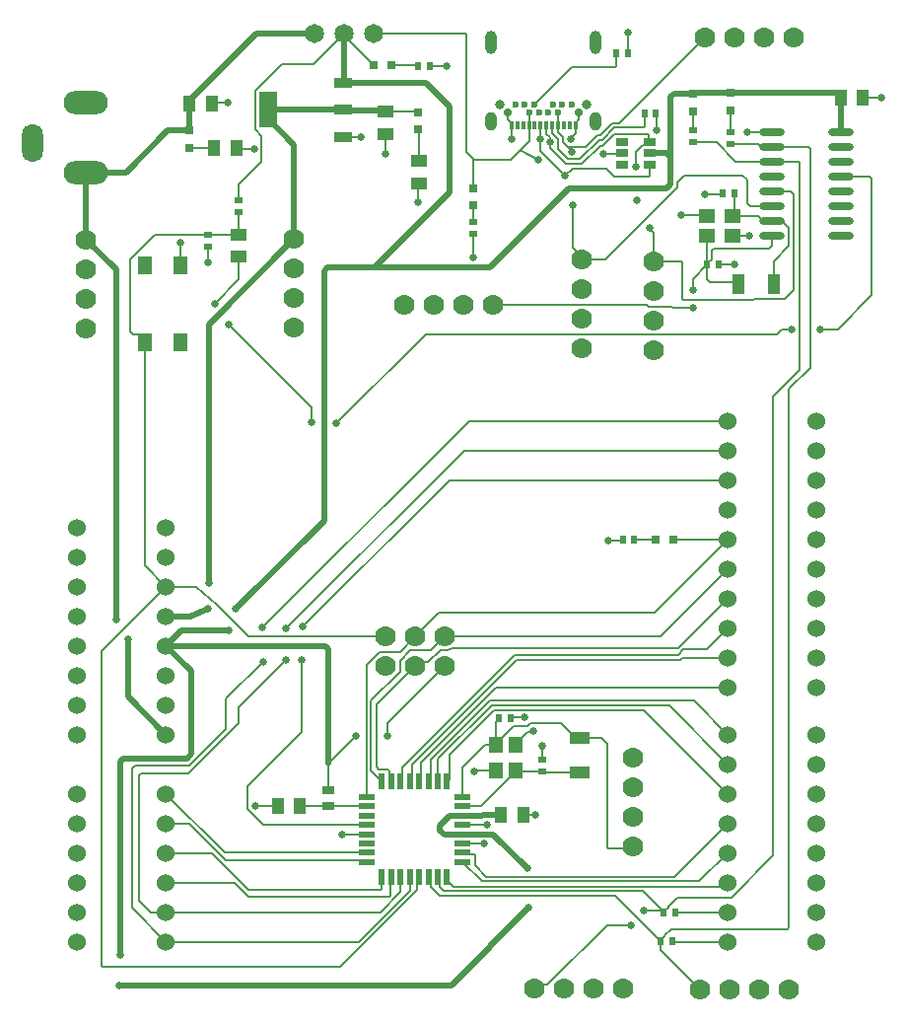
<source format=gtl>
G04*
G04 #@! TF.GenerationSoftware,Altium Limited,Altium Designer,22.3.1 (43)*
G04*
G04 Layer_Physical_Order=1*
G04 Layer_Color=255*
%FSLAX25Y25*%
%MOIN*%
G70*
G04*
G04 #@! TF.SameCoordinates,BE9DF307-5FBB-4082-8082-0A4452DDA755*
G04*
G04*
G04 #@! TF.FilePolarity,Positive*
G04*
G01*
G75*
%ADD10C,0.00600*%
%ADD11C,0.01000*%
%ADD20R,0.04400X0.07100*%
%ADD21R,0.07100X0.04400*%
%ADD22R,0.03937X0.02756*%
%ADD23R,0.02362X0.02756*%
%ADD24R,0.03150X0.03150*%
%ADD25R,0.01181X0.02756*%
%ADD26R,0.03150X0.03150*%
%ADD27R,0.04724X0.05511*%
%ADD28R,0.03937X0.05709*%
%ADD29R,0.03937X0.02953*%
%ADD30R,0.02756X0.02362*%
%ADD31R,0.05511X0.04724*%
%ADD32R,0.05709X0.03937*%
%ADD33R,0.06300X0.03300*%
%ADD34R,0.06300X0.12200*%
%ADD35O,0.08661X0.02400*%
%ADD36R,0.05800X0.02000*%
%ADD37R,0.02000X0.05800*%
%ADD38R,0.04724X0.05906*%
%ADD64C,0.00600*%
%ADD65C,0.02000*%
%ADD66C,0.07000*%
%ADD67O,0.03937X0.07874*%
%ADD68O,0.03937X0.06299*%
%ADD69C,0.02362*%
%ADD70C,0.02756*%
%ADD71C,0.03150*%
%ADD72C,0.06000*%
%ADD73C,0.06496*%
%ADD74O,0.14961X0.07874*%
%ADD75O,0.07087X0.12992*%
%ADD76C,0.02500*%
D10*
X241160Y248724D02*
G03*
X241149Y248724I9J-2550D01*
G01*
X215892Y237012D02*
G03*
X217383Y236774I1491J4563D01*
G01*
X145772Y130252D02*
G03*
X149332Y130775I1134J4664D01*
G01*
X183436Y294630D02*
X183535D01*
X179301Y298765D02*
X183436Y294630D01*
X172246Y299028D02*
X172743D01*
X178541Y295877D01*
X179301Y298765D02*
Y303027D01*
X172246Y299028D02*
X175364Y302146D01*
X169128Y295910D02*
X172246Y299028D01*
X193295Y294481D02*
X199348Y300534D01*
X192632Y296081D02*
X199259Y302708D01*
X185259Y299444D02*
Y302952D01*
X189678Y298631D02*
Y299137D01*
X188622Y296081D02*
X192632D01*
X187673Y290492D02*
X190062Y292881D01*
X185259Y299444D02*
X188622Y296081D01*
X182637Y299802D02*
Y301431D01*
X187959Y294481D02*
X193295D01*
X182637Y299802D02*
X187959Y294481D01*
X201586Y292881D02*
X204152Y290314D01*
X188510Y300305D02*
X189678Y299137D01*
X182369Y301699D02*
X182637Y301431D01*
X190062Y292881D02*
X201586D01*
X189567Y302855D02*
Y303228D01*
X188510Y300305D02*
X194594D01*
X186859Y301957D02*
X188510Y300305D01*
X194594D02*
X198597Y304308D01*
X191112Y304774D02*
Y307537D01*
X189567Y303228D02*
X191112Y304774D01*
Y307537D02*
Y308324D01*
X181270Y304664D02*
X182382Y303552D01*
Y302223D02*
X182637Y301968D01*
X182382Y302223D02*
Y303552D01*
X179301Y303027D02*
Y307537D01*
X183535Y294630D02*
X187673Y290492D01*
X185207Y305267D02*
X186859Y303615D01*
X185207Y305267D02*
Y307537D01*
X183238Y304973D02*
Y307537D01*
X186859Y301957D02*
Y303615D01*
X183238Y304973D02*
X185259Y302952D01*
X181270Y304664D02*
Y307537D01*
X224057Y245923D02*
X230753D01*
X223605Y246374D02*
X224057Y245923D01*
X217383Y246374D02*
X223605D01*
X227886Y248618D02*
X241149Y248724D01*
X227389Y248618D02*
X227886D01*
X241160Y248724D02*
X261703Y248794D01*
X264831Y251922D01*
X230778Y251745D02*
Y255702D01*
X235597Y260521D02*
Y260915D01*
X230778Y255702D02*
X235597Y260521D01*
X227214Y248794D02*
X227389Y248618D01*
X215619Y246550D02*
X215795Y246374D01*
X217383Y246374D01*
X227038Y248970D02*
X227214Y248794D01*
X215151Y247018D02*
X215619Y246550D01*
X163113Y247018D02*
X215151D01*
X235597Y255506D02*
Y260521D01*
X227038Y248970D02*
Y261260D01*
X263971Y285242D02*
X264831Y284382D01*
X260731Y275242D02*
X263231Y272742D01*
X258134Y253975D02*
Y261703D01*
X237688Y265754D02*
X256442D01*
X263231Y266800D02*
Y272742D01*
X257600Y266913D02*
Y270242D01*
X258134Y261703D02*
X263231Y266800D01*
X257600Y275242D02*
X260731D01*
X264831Y251922D02*
Y284382D01*
X256442Y265754D02*
X257600Y266913D01*
X236649Y254454D02*
X245854D01*
X246334Y253975D01*
X235597Y255506D02*
X236649Y254454D01*
X164026Y98618D02*
Y106060D01*
X191068Y100553D02*
X192418D01*
X186109Y105512D02*
X191068Y100553D01*
X174902Y104692D02*
X175723Y105512D01*
X170100Y104692D02*
X174902D01*
X164026Y98618D02*
X170100Y104692D01*
X164026Y98225D02*
Y98618D01*
X174701Y102599D02*
X176416D01*
X170720Y98618D02*
X174701Y102599D01*
X176416D02*
X176779Y102963D01*
X175723Y105512D02*
X186109D01*
X210137Y63356D02*
X210558Y63777D01*
X201871Y63708D02*
Y98428D01*
X202222Y63356D02*
X210137D01*
X201871Y63708D02*
X202222Y63356D01*
X199746Y100553D02*
X201871Y98428D01*
X192418Y100553D02*
X199746D01*
X179752Y89352D02*
X180351Y88753D01*
X192418D01*
X218332Y311629D02*
X218598Y311363D01*
Y305923D02*
Y311363D01*
X214043Y306782D02*
X214395Y307134D01*
X204093Y306782D02*
X214043D01*
X214395Y307134D02*
Y311629D01*
X199259Y302708D02*
X200019D01*
X200108Y300534D02*
X204075Y304501D01*
X199348Y300534D02*
X200108D01*
X206815Y297984D02*
X206914Y298083D01*
X200404Y297984D02*
X206815D01*
X198597Y304308D02*
X199356D01*
X205851Y308382D02*
X234769Y337300D01*
X203431Y308382D02*
X205851D01*
X204075Y304501D02*
X215608D01*
X200019Y302708D02*
X204093Y306782D01*
X199356Y304308D02*
X203431Y308382D01*
X215608Y304501D02*
X216008Y304101D01*
Y302030D02*
Y304101D01*
X273877Y238543D02*
X279746D01*
X291318Y250115D01*
Y289413D01*
X263261Y218465D02*
X270435Y225639D01*
Y299648D01*
X269841Y300242D02*
X270435Y299648D01*
X260981Y238661D02*
X264267D01*
X259094Y236774D02*
X260981Y238661D01*
X217383Y236774D02*
X259094D01*
X140389Y237012D02*
X215892D01*
X110186Y206809D02*
X140389Y237012D01*
X73758Y240191D02*
X101760Y212189D01*
Y207262D02*
Y212189D01*
X77321Y255551D02*
Y263157D01*
X69156Y247386D02*
X77321Y255551D01*
X290488Y290242D02*
X291318Y289413D01*
X281000Y290242D02*
X290488D01*
X257600Y300242D02*
X269841D01*
X253982D02*
X257600D01*
X214151Y42096D02*
X220357D01*
X220896Y41557D01*
X181671Y17190D02*
X201838Y37357D01*
X209720D01*
X219761Y28967D02*
Y32061D01*
X145103Y47149D02*
X204673D01*
X219761Y32061D01*
X178459Y17190D02*
X181671D01*
X177271Y16002D02*
X178459Y17190D01*
X219761Y28967D02*
X233086Y15642D01*
X175364Y302146D02*
Y307537D01*
X211644Y293607D02*
Y298696D01*
X213709Y300761D01*
X204152Y290314D02*
X215725D01*
X216077Y290666D01*
X213709Y300761D02*
X215153D01*
X216279Y272487D02*
X217483Y271283D01*
Y261674D02*
Y271283D01*
X216279Y272487D02*
Y273001D01*
X217383Y261574D02*
X217483Y261674D01*
X215153Y300761D02*
X216215Y301823D01*
X190093Y266083D02*
X193171Y263005D01*
Y262212D02*
Y263005D01*
X190093Y266083D02*
Y280684D01*
X201119Y262212D02*
X225476Y286568D01*
Y288241D01*
X227800Y290565D01*
X193171Y262212D02*
X201119D01*
X247635Y290565D02*
X249065Y289134D01*
X227800Y290565D02*
X247635D01*
X249065Y281240D02*
Y289134D01*
X250063Y280242D02*
X257600D01*
X249065Y281240D02*
X250063Y280242D01*
X217420Y261611D02*
X226686D01*
X227038Y261260D01*
X257600Y285242D02*
X263971D01*
X216077Y294204D02*
X216215Y294342D01*
X216077Y290666D02*
Y294204D01*
X216008Y302030D02*
X216215Y301823D01*
X208717Y331993D02*
X208726Y331984D01*
X208717Y331993D02*
Y338752D01*
X204789Y327602D02*
Y331984D01*
X204438Y327251D02*
X204789Y327602D01*
X189724Y327251D02*
X204438D01*
X177136Y314662D02*
X189724Y327251D01*
X156380Y270929D02*
X156504Y270805D01*
Y262816D02*
Y270805D01*
X156380Y274866D02*
Y280289D01*
X156554Y280464D01*
Y296106D02*
X156556Y296107D01*
X156554Y286369D02*
Y296106D01*
X122763Y338520D02*
X122787Y338544D01*
X153886D01*
X154238Y298425D02*
Y338193D01*
X153886Y338544D02*
X154238Y338193D01*
X156556Y296107D02*
X156753Y295910D01*
X154238Y298425D02*
X156556Y296107D01*
X156753Y295910D02*
X169128D01*
X169425Y302907D02*
Y307502D01*
X169391Y302873D02*
X169425Y302907D01*
Y307502D02*
X169459Y307537D01*
X192294Y309505D02*
Y311906D01*
X191112Y308324D02*
X192294Y309505D01*
X168278D02*
X169459Y308324D01*
X168278Y309505D02*
Y311906D01*
X169459Y307537D02*
Y308324D01*
X185129Y307614D02*
Y309706D01*
Y307614D02*
X185207Y307537D01*
X185010Y309825D02*
Y311906D01*
Y309825D02*
X185129Y309706D01*
X175364Y307537D02*
X175442Y307614D01*
Y311787D01*
X175562Y311906D01*
X217778Y142861D02*
X242635Y167718D01*
X144850Y142861D02*
X217778D01*
X136906Y134916D02*
X144850Y142861D01*
X98957Y138090D02*
X148585Y187718D01*
X242635D01*
X153369Y197718D02*
X242635D01*
X93250Y137598D02*
X153369Y197718D01*
X155185Y207718D02*
X242635D01*
X85200Y137733D02*
X155185Y207718D01*
X202087Y167351D02*
X206942D01*
X207065Y167473D01*
X142087Y130098D02*
X146906Y134916D01*
X219833D01*
X242635Y157718D01*
X141305Y126105D02*
X145453Y130252D01*
X225692Y130775D02*
X242635Y147718D01*
X145702Y130252D02*
X145772D01*
X149332Y130775D02*
X225692D01*
X145453Y130252D02*
X145702D01*
X226359Y126917D02*
X227160Y127718D01*
X135758Y86533D02*
Y91436D01*
X171238Y126917D02*
X226359D01*
X132658Y90599D02*
X170575Y128516D01*
X225696D01*
X227653Y130473D01*
X135758Y91436D02*
X171238Y126917D01*
X132658Y86533D02*
Y90599D01*
X227653Y130473D02*
X235390D01*
X227160Y127718D02*
X242635D01*
X235390Y130473D02*
X242635Y137718D01*
X127540Y105550D02*
X146906Y124917D01*
X127540Y101234D02*
Y105550D01*
X120395Y125195D02*
X124917Y129717D01*
X120457Y80633D02*
Y88770D01*
X121995Y89495D02*
X125657Y85833D01*
X121995Y113218D02*
X131705Y122928D01*
X123770Y111781D02*
X136906Y124917D01*
X120395Y88832D02*
X120457Y88770D01*
X123770Y90820D02*
Y111781D01*
X121995Y89495D02*
Y113218D01*
X123770Y90820D02*
X124557Y90033D01*
X120395Y88832D02*
Y125195D01*
X107581Y91994D02*
X107618Y92031D01*
X116683Y101096D02*
X116683D01*
X107618Y92031D02*
X116683Y101096D01*
X107581Y83022D02*
Y91994D01*
X257959Y60960D02*
Y215907D01*
X243703Y46705D02*
X257959Y60960D01*
X222352Y43473D02*
X225583Y46705D01*
X243703D01*
X222352Y43209D02*
Y43473D01*
X220896Y41754D02*
X222352Y43209D01*
X223454Y36018D02*
X262863D01*
X263261Y36416D01*
X266465Y295242D02*
X266817Y294891D01*
Y224766D02*
Y294891D01*
X257600Y295242D02*
X266465D01*
X257959Y215907D02*
X266817Y224766D01*
X263261Y36416D02*
Y218465D01*
X221217Y33780D02*
X223454Y36018D01*
X221217Y33516D02*
Y33780D01*
X219761Y32061D02*
X221217Y33516D01*
X44164Y88590D02*
X60163D01*
X77109Y105536D01*
Y110850D01*
X93250Y126991D01*
X43524Y87950D02*
X44164Y88590D01*
X43524Y45605D02*
Y87950D01*
X41043Y43310D02*
Y90320D01*
X85249Y125985D02*
X85351Y126086D01*
Y126382D01*
X41043Y43310D02*
X52635Y31718D01*
X41043Y90320D02*
X42081Y91358D01*
X43524Y45605D02*
X47412Y41718D01*
X52635D01*
X42081Y91358D02*
X60668D01*
X72828Y103517D01*
Y113859D01*
X85351Y126382D01*
X52635Y151718D02*
X62881D01*
X69737Y145700D01*
X80520Y134916D01*
X126906D01*
X45597Y158756D02*
X52635Y151718D01*
X45597Y158756D02*
Y234224D01*
Y234815D01*
X80336Y76495D02*
Y84253D01*
X98663Y102579D01*
Y126820D01*
X52635Y31718D02*
X117903D01*
X128058Y86533D02*
Y89456D01*
Y86533D02*
X128758Y85833D01*
X124557Y90033D02*
X127481D01*
X128058Y89456D01*
X152857Y64933D02*
X153007Y64783D01*
X160190D01*
X153008Y71383D02*
X161075D01*
X30684Y23521D02*
Y129767D01*
Y23521D02*
X31035Y23170D01*
X30684Y129767D02*
X52635Y151718D01*
X173484Y74565D02*
X177496D01*
X173424Y74504D02*
X173484Y74565D01*
X152857Y71233D02*
X153008Y71383D01*
X170720Y89169D02*
Y89563D01*
X159083Y77533D02*
X170720Y89169D01*
X152857Y77533D02*
X159083D01*
X131705Y129717D02*
X136906Y134916D01*
X80336Y76495D02*
X85599Y71233D01*
X120457D01*
X31035Y23170D02*
X111618D01*
X137557Y49110D01*
X157057Y57533D02*
Y60737D01*
X153502Y61089D02*
X156706D01*
X157057Y60737D01*
X152857Y61733D02*
X153502Y61089D01*
X40361Y237916D02*
Y262126D01*
X41401Y236877D02*
X43534D01*
X40361Y262126D02*
X48853Y270618D01*
X40361Y237916D02*
X41401Y236877D01*
X43534D02*
X45597Y234815D01*
X112299Y67737D02*
X120162D01*
X120457Y68033D01*
X137557Y49110D02*
Y52733D01*
X138258Y53433D01*
X135057Y48872D02*
Y53433D01*
X117903Y31718D02*
X135057Y48872D01*
X138094Y126105D02*
X141305D01*
X136906Y124917D02*
X138094Y126105D01*
X211002Y167473D02*
X218133D01*
X218328Y167669D01*
X224234D02*
X224282Y167718D01*
X242635D01*
X124917Y129717D02*
X131705D01*
X135299Y130098D02*
X142087D01*
X131705Y126505D02*
X135299Y130098D01*
X131705Y122928D02*
Y126505D01*
X131957Y85833D02*
X132658Y86533D01*
X142058Y93211D02*
X162094Y113248D01*
X222705Y111648D02*
X242635Y91718D01*
X164302Y117718D02*
X242635D01*
X162094Y113248D02*
X231105D01*
X242635Y101718D01*
X148357Y94986D02*
X163420Y110048D01*
X144557Y93448D02*
X162757Y111648D01*
X222705D01*
X138958Y92374D02*
X164302Y117718D01*
X163420Y110048D02*
X214305D01*
X242635Y81718D01*
X135057Y85833D02*
X135758Y86533D01*
X138958D02*
Y92374D01*
X142058Y86533D02*
Y93211D01*
X141358Y85833D02*
X142058Y86533D01*
X144557Y85833D02*
Y93448D01*
X148357Y86533D02*
Y94986D01*
X138258Y85833D02*
X138958Y86533D01*
X147658Y85833D02*
X148357Y86533D01*
X157057Y57533D02*
X160922Y53668D01*
X152857Y58633D02*
X159422Y52068D01*
X232985D02*
X242635Y61718D01*
X224585Y53668D02*
X242635Y71718D01*
X160922Y53668D02*
X224585D01*
X159422Y52068D02*
X232985D01*
X239805Y50349D02*
X241174Y51718D01*
X242635D01*
X147658Y52418D02*
X149726Y50349D01*
X142058Y50195D02*
X145103Y47149D01*
X146603Y48749D02*
X213900D01*
X149726Y50349D02*
X239805D01*
X145257Y50094D02*
X146603Y48749D01*
X213900D02*
X220896Y41754D01*
X147658Y52418D02*
Y53433D01*
X145257Y50094D02*
Y52733D01*
X144557Y53433D02*
X145257Y52733D01*
X224833Y41557D02*
X224994Y41718D01*
X242635D01*
X223698Y31864D02*
X223844Y31718D01*
X242635D01*
X142058Y50195D02*
Y52733D01*
X141358Y53433D02*
X142058Y52733D01*
X52635Y41718D02*
X125251D01*
X131957Y49633D02*
Y53433D01*
X128585Y47315D02*
Y53261D01*
X80601Y46963D02*
X128234D01*
X128585Y47315D01*
X131957Y49633D02*
X131967Y49623D01*
X125251Y41718D02*
X131967Y48434D01*
Y49623D01*
X128585Y53261D02*
X128758Y53433D01*
X52635Y51718D02*
X75846D01*
X80601Y46963D01*
X125596Y53371D02*
X125657Y53433D01*
X80661Y49166D02*
X125244D01*
X125596Y49517D02*
Y53371D01*
X125244Y49166D02*
X125596Y49517D01*
X68109Y61718D02*
X80661Y49166D01*
X52635Y61718D02*
X68109D01*
X60372Y71718D02*
X72757Y59333D01*
X52635Y71718D02*
X60372D01*
X72757Y59333D02*
X119757D01*
X120457Y58633D01*
X72619Y61733D02*
X120457D01*
X52635Y81718D02*
X72619Y61733D01*
X170720Y98224D02*
Y98618D01*
X170930Y89352D02*
X179752D01*
X170720Y89563D02*
X170930Y89352D01*
X164026Y106060D02*
X165139Y107173D01*
Y107370D01*
X152857Y90653D02*
X160430Y98225D01*
X164026D01*
X152857Y80633D02*
Y90653D01*
X156878Y89446D02*
X163910D01*
X179752Y93290D02*
Y97398D01*
X169117Y107411D02*
X173725D01*
X97954Y77538D02*
X107554D01*
X107581Y77510D01*
X120434D02*
X120457Y77533D01*
X107581Y77510D02*
X120434D01*
X90460Y77552D02*
X90474Y77538D01*
X82886Y77552D02*
X90460D01*
X245283Y295242D02*
X257600D01*
X238721Y301803D02*
X245283Y295242D01*
X230953Y301803D02*
X238721D01*
X243673Y301249D02*
X252976D01*
X253982Y300242D01*
X243673Y305186D02*
Y312630D01*
X230944Y312362D02*
X230953Y312354D01*
Y305741D02*
Y312354D01*
X237053Y262370D02*
Y265119D01*
X237688Y265754D01*
X288166Y316997D02*
X288180Y316982D01*
X294527D01*
X280685Y316997D02*
X281000Y316682D01*
X249185Y305114D02*
X249250Y305178D01*
X257536D02*
X257600Y305242D01*
X249250Y305178D02*
X257536D01*
X230944Y312362D02*
X230953Y312371D01*
X243673Y312630D02*
X243680Y312623D01*
X244833Y277473D02*
Y284558D01*
X244323Y276963D02*
X244833Y277473D01*
X244376Y270218D02*
X249759D01*
X244323Y270270D02*
X244376Y270218D01*
X235385Y277240D02*
X235662Y276963D01*
X226822Y277240D02*
X235385D01*
X234687Y284352D02*
X240691D01*
X240896Y284558D01*
X235597Y260915D02*
Y270206D01*
Y260915D02*
X237053Y262370D01*
X239739Y260512D02*
X244973D01*
X254469Y275242D02*
X257600D01*
X244323Y276963D02*
X252748D01*
X254469Y275242D01*
X235597Y270206D02*
X235661Y270270D01*
X239534Y260718D02*
X239739Y260512D01*
X236262Y261030D02*
X236299Y261066D01*
X48853Y270618D02*
X66771D01*
X141921Y327463D02*
X147616D01*
X141716Y327668D02*
X141921Y327463D01*
X137709Y327739D02*
X137779Y327668D01*
X128895Y327739D02*
X137709D01*
X112763Y337965D02*
X122990Y327739D01*
X112763Y337965D02*
Y338520D01*
X57408Y260208D02*
X57524Y260324D01*
Y267949D01*
X66735Y261237D02*
Y266645D01*
X66771Y266681D01*
X77302Y270618D02*
X77321Y270637D01*
X66771Y270618D02*
X77302D01*
X77321Y270637D02*
Y278160D01*
X77216Y278265D02*
X77321Y278160D01*
X77216Y287421D02*
X84996Y295201D01*
X77216Y282202D02*
Y287421D01*
X82740Y319398D02*
X91738Y328395D01*
X82740Y306121D02*
X84996Y303865D01*
Y295201D02*
Y303865D01*
X102638Y328395D02*
X112763Y338520D01*
X82740Y306121D02*
Y319398D01*
X91738Y328395D02*
X102638D01*
X76666Y299562D02*
X82446D01*
X138022Y295471D02*
Y306090D01*
X127008Y312069D02*
X137948D01*
X137981Y281714D02*
Y287867D01*
X126893Y297976D02*
Y304540D01*
X112440Y303610D02*
X118385D01*
X68217Y315243D02*
X73546D01*
X60537Y299861D02*
X68859D01*
D11*
X68010Y315036D02*
X68217Y315243D01*
X68859Y299861D02*
X68873Y299874D01*
X76353D02*
X76666Y299562D01*
D20*
X258134Y253975D02*
D03*
X246334D02*
D03*
D21*
X192418Y88753D02*
D03*
Y100553D02*
D03*
D22*
X216215Y301823D02*
D03*
Y298083D02*
D03*
Y294342D02*
D03*
X206914D02*
D03*
Y298083D02*
D03*
Y301823D02*
D03*
D23*
X214395Y311629D02*
D03*
X218332D02*
D03*
X211002Y167473D02*
D03*
X207065D02*
D03*
X220896Y41557D02*
D03*
X224833D02*
D03*
X219761Y31864D02*
D03*
X223698D02*
D03*
X244833Y284558D02*
D03*
X240896D02*
D03*
X235597Y260718D02*
D03*
X239534D02*
D03*
X137779Y327668D02*
D03*
X141716D02*
D03*
X204789Y331984D02*
D03*
X208726D02*
D03*
X169076Y107370D02*
D03*
X165139D02*
D03*
D24*
X230953Y318276D02*
D03*
Y312371D02*
D03*
X137981Y312036D02*
D03*
Y306131D02*
D03*
X243673Y312630D02*
D03*
Y318535D02*
D03*
X156554Y280464D02*
D03*
Y286369D02*
D03*
X60537Y299861D02*
D03*
Y305766D02*
D03*
D25*
X169459Y307537D02*
D03*
X171427D02*
D03*
X173396D02*
D03*
X175364D02*
D03*
X177333D02*
D03*
X179301D02*
D03*
X181270D02*
D03*
X183238D02*
D03*
X185207D02*
D03*
X187175D02*
D03*
X189144D02*
D03*
X191112D02*
D03*
D26*
X224234Y167669D02*
D03*
X218328D02*
D03*
X122990Y327739D02*
D03*
X128895D02*
D03*
D27*
X170720Y89563D02*
D03*
Y98224D02*
D03*
X164026Y89563D02*
D03*
Y98225D02*
D03*
D28*
X173424Y74504D02*
D03*
X165943D02*
D03*
X90474Y77538D02*
D03*
X97954D02*
D03*
X60530Y315036D02*
D03*
X68010D02*
D03*
X68873Y299874D02*
D03*
X76353D02*
D03*
X280685Y316997D02*
D03*
X288166D02*
D03*
D29*
X107581Y83022D02*
D03*
Y77510D02*
D03*
D30*
X243673Y305186D02*
D03*
Y301249D02*
D03*
X230953Y305741D02*
D03*
Y301803D02*
D03*
X156380Y270929D02*
D03*
Y274866D02*
D03*
X77216Y278265D02*
D03*
Y282202D02*
D03*
X66771Y270618D02*
D03*
Y266681D02*
D03*
X179752Y89352D02*
D03*
Y93290D02*
D03*
D31*
X244323Y276963D02*
D03*
X235662D02*
D03*
X244323Y270270D02*
D03*
X235661D02*
D03*
D32*
X126976Y312102D02*
D03*
Y304622D02*
D03*
X77321Y263157D02*
D03*
Y270637D02*
D03*
X138063Y295430D02*
D03*
Y287949D02*
D03*
D33*
X112390Y321859D02*
D03*
Y312759D02*
D03*
Y303659D02*
D03*
D34*
X87190Y312759D02*
D03*
D35*
X281000Y305242D02*
D03*
Y300242D02*
D03*
Y295242D02*
D03*
Y290242D02*
D03*
Y285242D02*
D03*
Y280242D02*
D03*
Y275242D02*
D03*
Y270242D02*
D03*
X257600D02*
D03*
Y275242D02*
D03*
Y280242D02*
D03*
Y285242D02*
D03*
Y290242D02*
D03*
Y295242D02*
D03*
Y300242D02*
D03*
Y305242D02*
D03*
D36*
X152857Y58633D02*
D03*
Y61733D02*
D03*
Y64933D02*
D03*
Y68033D02*
D03*
Y71233D02*
D03*
Y74333D02*
D03*
Y77533D02*
D03*
Y80633D02*
D03*
X120457D02*
D03*
Y77533D02*
D03*
Y74333D02*
D03*
Y71233D02*
D03*
Y68033D02*
D03*
Y64933D02*
D03*
Y61733D02*
D03*
Y58633D02*
D03*
D37*
X147658Y85833D02*
D03*
X144557D02*
D03*
X141358D02*
D03*
X138258D02*
D03*
X135057D02*
D03*
X131957D02*
D03*
X128758D02*
D03*
X125657D02*
D03*
Y53433D02*
D03*
X128758D02*
D03*
X131957D02*
D03*
X135057D02*
D03*
X138258D02*
D03*
X141358D02*
D03*
X144557D02*
D03*
X147658D02*
D03*
D38*
X57408Y234224D02*
D03*
X45597Y260208D02*
D03*
X57408D02*
D03*
X45597Y234224D02*
D03*
D64*
X145702Y130252D02*
D03*
D65*
X67196Y240297D02*
X95989Y269090D01*
X243673Y318535D02*
X279717D01*
X280685Y317567D01*
Y316997D02*
Y317567D01*
X231082Y318406D02*
X243544D01*
X230953Y318276D02*
X231082Y318406D01*
X243544D02*
X243673Y318535D01*
X223176Y317091D02*
X224362Y318276D01*
X230953D01*
X223176Y296911D02*
Y317091D01*
X216215Y298083D02*
X222005D01*
X223176Y287521D02*
Y296911D01*
X222005Y298083D02*
X223176Y296911D01*
X222005Y286350D02*
X223176Y287521D01*
X188995Y286350D02*
X222005D01*
X162070Y259425D02*
X188995Y286350D01*
X123161Y259425D02*
X162070D01*
X107272D02*
X123161D01*
X106100Y174059D02*
Y258254D01*
X76116Y144074D02*
X106100Y174059D01*
Y258254D02*
X107272Y259425D01*
X107618Y92031D02*
Y130541D01*
X60020Y141718D02*
X60849Y141718D01*
X66755Y144368D01*
X52635Y141718D02*
X60020D01*
X67196Y152749D02*
Y240297D01*
X52671Y131713D02*
X106447D01*
X52640D02*
X52671D01*
X61201Y123183D01*
X57783Y136866D02*
X73708D01*
X52635Y131718D02*
X57783Y136866D01*
X123161Y259425D02*
X148624Y284888D01*
Y313745D01*
X112390Y321859D02*
X140509D01*
X148624Y313745D01*
X35754Y140684D02*
Y258889D01*
X25612Y269031D02*
X35754Y258889D01*
Y140684D02*
X35787Y140651D01*
X59716Y93658D02*
X61201Y95143D01*
X38217Y93658D02*
X59716D01*
X61201Y95143D02*
Y123183D01*
X37046Y92486D02*
X38217Y93658D01*
X37046Y27416D02*
Y92486D01*
X106447Y131713D02*
X107618Y130541D01*
X162171Y30242D02*
X175275Y43346D01*
X162171Y30046D02*
Y30242D01*
X149163Y17037D02*
X162171Y30046D01*
X36943Y17037D02*
X149163D01*
X163187Y68033D02*
X174693Y56527D01*
X146682Y68033D02*
X163187D01*
X145333Y69382D02*
Y71039D01*
X148626Y74333D01*
X145333Y69382D02*
X146682Y68033D01*
X148626Y74333D02*
X152857D01*
X159429D02*
X159729Y74633D01*
X152857Y74333D02*
X159429D01*
X159729Y74633D02*
X165814D01*
X83129Y338520D02*
X102763D01*
X60530Y315036D02*
Y315922D01*
X83129Y338520D01*
X60534Y305770D02*
Y315033D01*
X60530Y315036D02*
X60534Y315033D01*
Y305770D02*
X60537Y305766D01*
X25661Y291690D02*
X39189D01*
X53266Y305766D01*
X60537D01*
X25612Y269031D02*
Y291641D01*
X25661Y291690D01*
X165814Y74633D02*
X165943Y74504D01*
X39789Y114563D02*
Y133703D01*
X39884Y133798D01*
X39789Y114563D02*
X52635Y101718D01*
X156782Y89351D02*
X156878Y89446D01*
X163910D02*
X164026Y89563D01*
X179752Y97398D02*
X179973Y97618D01*
Y97753D01*
X173725Y107411D02*
X173766Y107452D01*
X169076Y107370D02*
X169117Y107411D01*
X281000Y305242D02*
Y316682D01*
X112763Y322232D02*
Y337965D01*
X87190Y312759D02*
X112390D01*
X112719Y312431D01*
X87190Y309809D02*
X95989Y301010D01*
Y269090D02*
Y301010D01*
X87190Y309809D02*
Y312759D01*
X137981Y306131D02*
X138022Y306090D01*
Y295471D02*
X138063Y295430D01*
X126976Y312102D02*
X127008Y312069D01*
X137948D02*
X137981Y312036D01*
X112719Y312431D02*
X126647D01*
X126976Y312102D01*
X112390Y321859D02*
X112763Y322232D01*
X137899Y281632D02*
X137981Y281714D01*
Y287867D02*
X138063Y287949D01*
X126893Y304540D02*
X126976Y304622D01*
X126811Y297894D02*
X126893Y297976D01*
X112390Y303659D02*
X112440Y303610D01*
X118385D02*
X118434Y303561D01*
D66*
X210558Y73777D02*
D03*
Y63777D02*
D03*
Y93777D02*
D03*
Y83777D02*
D03*
X153113Y247018D02*
D03*
X163113D02*
D03*
X133113D02*
D03*
X143113D02*
D03*
X25612Y259031D02*
D03*
Y269031D02*
D03*
Y239031D02*
D03*
Y249031D02*
D03*
X95989Y259090D02*
D03*
Y269090D02*
D03*
Y239090D02*
D03*
Y249090D02*
D03*
X253086Y15642D02*
D03*
X263086D02*
D03*
X233086D02*
D03*
X243086D02*
D03*
X217383Y241574D02*
D03*
Y231574D02*
D03*
Y261574D02*
D03*
Y251574D02*
D03*
X193171Y242212D02*
D03*
Y232212D02*
D03*
Y262212D02*
D03*
Y252212D02*
D03*
X187271Y16002D02*
D03*
X177271D02*
D03*
X207271D02*
D03*
X197271D02*
D03*
X244769Y337300D02*
D03*
X234769D02*
D03*
X264769D02*
D03*
X254769D02*
D03*
X126906Y124917D02*
D03*
Y134916D02*
D03*
X136906Y124917D02*
D03*
Y134916D02*
D03*
X146906Y124917D02*
D03*
Y134916D02*
D03*
D67*
X198002Y335529D02*
D03*
X162568D02*
D03*
D68*
X198002Y308757D02*
D03*
X162569D02*
D03*
D69*
X181861Y311906D02*
D03*
X178711D02*
D03*
X185010D02*
D03*
X175562D02*
D03*
X183436Y314662D02*
D03*
X177136D02*
D03*
X186585D02*
D03*
X173987D02*
D03*
X189735D02*
D03*
X170837D02*
D03*
D70*
X168278Y311906D02*
D03*
X192294D02*
D03*
D71*
X165621Y314662D02*
D03*
X194951D02*
D03*
D72*
X272635Y207718D02*
D03*
Y197718D02*
D03*
Y187718D02*
D03*
Y177718D02*
D03*
Y167718D02*
D03*
Y157718D02*
D03*
Y147718D02*
D03*
Y137718D02*
D03*
Y127718D02*
D03*
Y117718D02*
D03*
X242635Y207718D02*
D03*
Y197718D02*
D03*
Y187718D02*
D03*
Y177718D02*
D03*
Y167718D02*
D03*
Y157718D02*
D03*
Y147718D02*
D03*
Y137718D02*
D03*
Y127718D02*
D03*
Y117718D02*
D03*
X272635Y101718D02*
D03*
Y91718D02*
D03*
Y81718D02*
D03*
Y71718D02*
D03*
Y61718D02*
D03*
Y51718D02*
D03*
Y41718D02*
D03*
Y31718D02*
D03*
X52635Y171718D02*
D03*
Y161718D02*
D03*
Y151718D02*
D03*
Y141718D02*
D03*
Y131718D02*
D03*
Y121718D02*
D03*
Y111718D02*
D03*
Y101718D02*
D03*
X22635Y171718D02*
D03*
Y161718D02*
D03*
Y151718D02*
D03*
Y141718D02*
D03*
Y131718D02*
D03*
Y121718D02*
D03*
Y111718D02*
D03*
Y101718D02*
D03*
Y81718D02*
D03*
Y71718D02*
D03*
Y61718D02*
D03*
Y51718D02*
D03*
Y41718D02*
D03*
Y31718D02*
D03*
X52635Y81718D02*
D03*
Y71718D02*
D03*
Y61718D02*
D03*
Y51718D02*
D03*
Y41718D02*
D03*
Y31718D02*
D03*
X242635D02*
D03*
Y41718D02*
D03*
Y51718D02*
D03*
Y61718D02*
D03*
Y71718D02*
D03*
Y81718D02*
D03*
Y91718D02*
D03*
Y101718D02*
D03*
D73*
X122763Y338520D02*
D03*
X112763D02*
D03*
X102763D02*
D03*
D74*
X25661Y291690D02*
D03*
Y315312D02*
D03*
D75*
X7354Y301533D02*
D03*
D76*
X178541Y295877D02*
D03*
X189678Y298631D02*
D03*
X189567Y302855D02*
D03*
X179301Y303027D02*
D03*
X182637Y301968D02*
D03*
X230753Y245923D02*
D03*
X230778Y251745D02*
D03*
X176779Y102963D02*
D03*
X218598Y305923D02*
D03*
X200404Y297984D02*
D03*
X273877Y238543D02*
D03*
X264267Y238661D02*
D03*
X110186Y206809D02*
D03*
X101760Y207262D02*
D03*
X69156Y247386D02*
D03*
X73758Y240191D02*
D03*
X209720Y37357D02*
D03*
X214151Y42096D02*
D03*
X211644Y293607D02*
D03*
X216279Y273001D02*
D03*
X211789Y282345D02*
D03*
X190093Y280684D02*
D03*
X187673Y290492D02*
D03*
X208717Y338752D02*
D03*
X156504Y262816D02*
D03*
X169391Y302873D02*
D03*
X202087Y167351D02*
D03*
X127540Y101234D02*
D03*
X116683Y101096D02*
D03*
X66755Y144368D02*
D03*
X67196Y152749D02*
D03*
X76116Y144074D02*
D03*
X73708Y136866D02*
D03*
X52635Y141718D02*
D03*
X85200Y137733D02*
D03*
X175275Y43346D02*
D03*
X174693Y56527D02*
D03*
X36943Y17037D02*
D03*
X37046Y27384D02*
D03*
X160190Y64783D02*
D03*
X161075Y71383D02*
D03*
X242635Y207718D02*
D03*
X85351Y126382D02*
D03*
X242635Y187718D02*
D03*
X98957Y138090D02*
D03*
X98663Y126820D02*
D03*
X242635Y197718D02*
D03*
X93250Y137598D02*
D03*
Y126991D02*
D03*
X39884Y133798D02*
D03*
X35787Y140651D02*
D03*
X112299Y67737D02*
D03*
X173766Y107452D02*
D03*
X156782Y89351D02*
D03*
X179973Y97753D02*
D03*
X177496Y74565D02*
D03*
X82886Y77552D02*
D03*
X249759Y270218D02*
D03*
X226822Y277240D02*
D03*
X244973Y260512D02*
D03*
X234687Y284352D02*
D03*
X249185Y305114D02*
D03*
X294527Y316982D02*
D03*
X147616Y327463D02*
D03*
X57524Y267949D02*
D03*
X66735Y261237D02*
D03*
X82446Y299562D02*
D03*
X137899Y281632D02*
D03*
X126811Y297894D02*
D03*
X118434Y303561D02*
D03*
X73546Y315243D02*
D03*
M02*

</source>
